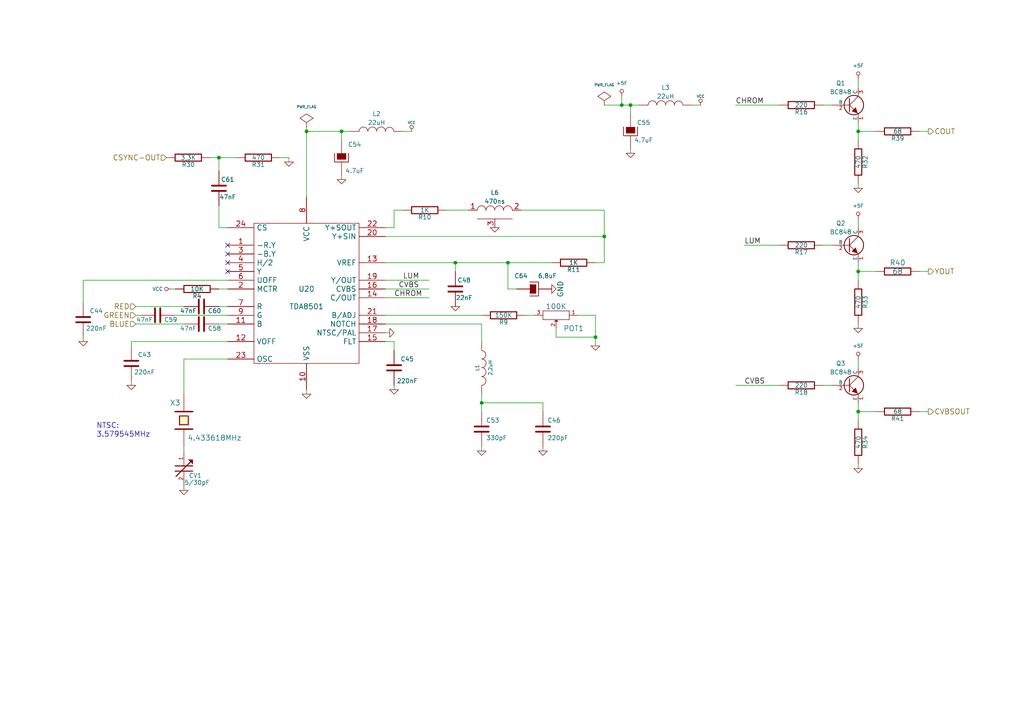
<source format=kicad_sch>
(kicad_sch (version 20231120) (generator "eeschema") (generator_version "8.0")
  (paper "A4")
  (title_block (title "Video") (date "Sun 22 Mar 2015") (rev "2.0B") (company "Kicad EDA"))
  (lib_symbols
    (symbol "video_schlib:+5F" (power) (pin_names (offset 0))
      (property "Value" "+5F" (at 0 2.54 0))
      (symbol "+5F_0_0"
        (pin power_in line (at 0 0 90) (length 0) hide (name "+5F") (number "1"))
      )
      (symbol "+5F_0_1"
        (polyline (pts (xy 0 0) (xy 0 1.016) (xy 0 1.016)))
        (circle (center 0 1.524) (radius 0.508))
      )
    )
    (symbol "video_schlib:C" (pin_numbers hide) (pin_names (offset 0.254))
      (property "Reference" "C" (at 0 2.54 0))
      (property "Value" "C" (at 0.1524 -2.159 0))
      (symbol "C_0_1"
        (polyline (pts (xy -2.032 -0.762) (xy 2.032 -0.762)) (stroke (width 0.508)))
        (polyline (pts (xy -2.032 0.762) (xy 2.032 0.762)) (stroke (width 0.508)))
      )
      (symbol "C_1_1"
        (pin passive line (at 0 5.08 270) (length 4.318) (name "~") (number "1"))
        (pin passive line (at 0 -5.08 90) (length 4.318) (name "~") (number "2"))
      )
    )
    (symbol "video_schlib:CP" (pin_numbers hide) (pin_names (offset 0.254) hide)
      (property "Reference" "C" (at 1.27 2.54 0))
      (property "Value" "CP" (at 1.27 -2.54 0))
      (symbol "CP_0_1"
        (polyline (pts (xy -2.032 1.27) (xy -2.032 -1.27) (xy 2.032 -1.27) (xy 2.032 1.27)) (stroke (width 0.2032)))
        (polyline (pts (xy -1.27 1.27) (xy -1.27 -0.508) (xy 1.27 -0.508) (xy 1.27 1.27)) (fill (type outline)))
      )
      (symbol "CP_1_1"
        (pin passive line (at 0 5.08 270) (length 3.81) (name "~") (number "1"))
        (pin passive line (at 0 -5.08 90) (length 3.81) (name "~") (number "2"))
      )
    )
    (symbol "video_schlib:CRYSTAL" (pin_numbers hide) (pin_names (offset 1.016) hide)
      (property "Reference" "X" (at 0 3.81 0))
      (property "Value" "CRYSTAL" (at 0 -3.81 0))
      (symbol "CRYSTAL_0_1"
        (polyline (pts (xy -2.54 2.54) (xy -2.54 -2.54)) (stroke (width 0.4064)))
        (polyline (pts (xy 2.54 2.54) (xy 2.54 -2.54)) (stroke (width 0.4064)))
        (polyline (pts (xy -1.27 1.27) (xy 1.27 1.27) (xy 1.27 -1.27) (xy -1.27 -1.27) (xy -1.27 1.27)) (stroke (width 0.3048)) (fill (type background)))
      )
      (symbol "CRYSTAL_1_1"
        (pin passive line (at -7.62 0 0) (length 5.08) (name "1") (number "1"))
        (pin passive line (at 7.62 0 180) (length 5.08) (name "2") (number "2"))
      )
    )
    (symbol "video_schlib:CTRIM" (pin_names (offset 0.254))
      (property "Reference" "C" (at 3.302 -2.032 0))
      (property "Value" "CTRIM" (at 3.81 -4.064 0))
      (symbol "CTRIM_0_1"
        (polyline (pts (xy -2.54 -0.762) (xy 2.54 -0.762)) (stroke (width 0.3048)))
        (polyline (pts (xy -2.54 0.762) (xy 2.54 0.762)) (stroke (width 0.3048)))
        (polyline (pts (xy -2.286 -2.286) (xy 1.905 1.905)) (stroke (width 0.3048)))
        (polyline (pts (xy 1.27 2.54) (xy 2.54 2.54) (xy 2.54 1.27)) (fill (type outline)))
      )
      (symbol "CTRIM_1_1"
        (pin passive line (at 0 5.08 270) (length 4.318) (name "~") (number "1"))
        (pin passive line (at 0 -5.08 90) (length 4.318) (name "~") (number "2"))
      )
    )
    (symbol "video_schlib:GND" (power) (pin_names (offset 0))
      (symbol "GND_0_1"
        (polyline (pts (xy -1.27 0) (xy 0 -1.27) (xy 1.27 0) (xy -1.27 0)))
      )
      (symbol "GND_1_1"
        (pin power_in line (at 0 0 90) (length 0) hide (name "GND") (number "1"))
      )
    )
    (symbol "video_schlib:INDUCTOR" (pin_numbers hide) (pin_names (offset 1.016) hide)
      (property "Reference" "L" (at -1.27 0 90))
      (property "Value" "INDUCTOR" (at 2.54 0 90))
      (symbol "INDUCTOR_0_1"
        (arc (start 0.0254 -5.0546) (mid 1.245 -3.7973) (end 0.0254 -2.54))
        (arc (start 0.0254 -2.5146) (mid 1.2704 -1.2319) (end 0.0254 0.0508))
        (arc (start 0.0254 0.0254) (mid 1.2704 1.3081) (end 0.0254 2.5908))
        (arc (start 0.0254 2.5654) (mid 1.1942 3.7719) (end 0.0254 4.9784))
      )
      (symbol "INDUCTOR_1_1"
        (pin passive line (at 0 7.62 270) (length 2.54) (name "1") (number "1"))
        (pin passive line (at 0 -7.62 90) (length 2.54) (name "2") (number "2"))
      )
    )
    (symbol "video_schlib:LIGNE_A_RETARD" (pin_names (offset 1.016) hide)
      (property "Reference" "L" (at 0 2.54 0))
      (property "Value" "LIGNE_A_RETARD" (at 0 -2.54 0))
      (symbol "LIGNE_A_RETARD_0_1"
        (arc (start 0 -5.0546) (mid 0.8839 -4.6863) (end 1.27 -3.81))
        (arc (start 0 -2.5146) (mid 0.8839 -2.1463) (end 1.27 -1.27))
        (polyline (pts (xy -2.54 5.08) (xy -2.54 -5.08)))
        (arc (start 0 0.0254) (mid 0.8839 0.3937) (end 1.27 1.27))
        (arc (start 0 2.5654) (mid 0.8839 2.9337) (end 1.27 3.81))
        (arc (start 1.27 -3.81) (mid 0.898 -2.912) (end 0 -2.54))
        (arc (start 1.27 -1.27) (mid 0.898 -0.372) (end 0 0))
        (arc (start 1.27 1.27) (mid 0.898 2.168) (end 0 2.54))
        (arc (start 1.27 3.81) (mid 0.898 4.708) (end 0 5.08))
      )
      (symbol "LIGNE_A_RETARD_1_1"
        (pin passive line (at 0 7.62 270) (length 2.54) (name "1") (number "1"))
        (pin passive line (at 0 -7.62 90) (length 2.54) (name "2") (number "2"))
        (pin input line (at -5.08 0 0) (length 2.54) (name "COMMUN") (number "3"))
      )
    )
    (symbol "video_schlib:NPN" (pin_names (offset 0))
      (property "Reference" "Q" (at 0 -3.81 0))
      (property "Value" "NPN" (at 0 3.81 0))
      (symbol "NPN_0_1"
        (polyline (pts (xy 0 0) (xy 2.54 2.54)))
        (polyline (pts (xy 0 1.905) (xy 0 -1.905) (xy 0 -1.905)) (stroke (width 0.254)))
        (polyline (pts (xy 1.27 -1.27) (xy 0 0) (xy 0 0)))
        (polyline (pts (xy 2.286 -2.286) (xy 2.54 -2.54) (xy 2.54 -2.54)))
        (polyline (pts (xy 2.286 -2.286) (xy 1.778 -0.762) (xy 0.762 -1.778) (xy 2.286 -2.286) (xy 2.286 -2.286)) (fill (type outline)))
        (circle (center 1.27 0) (radius 2.8194) (stroke (width 0.254)))
      )
      (symbol "NPN_1_1"
        (pin passive line (at 2.54 -5.08 90) (length 2.54) (name "E") (number "1"))
        (pin input line (at -5.08 0 0) (length 5.08) (name "B") (number "2"))
        (pin passive line (at 2.54 5.08 270) (length 2.54) (name "C") (number "3"))
      )
    )
    (symbol "video_schlib:POT" (pin_names (offset 1.016) hide)
      (property "Reference" "RV" (at 0 -2.54 0))
      (property "Value" "POT" (at 0 0 0))
      (symbol "POT_0_1"
        (rectangle (start -3.81 1.27) (end 3.81 -1.27))
        (polyline (pts (xy 0 1.27) (xy -0.508 1.778) (xy 0.508 1.778)) (fill (type outline)))
      )
      (symbol "POT_1_1"
        (pin passive line (at -6.35 0 0) (length 2.54) (name "1") (number "1"))
        (pin passive line (at 0 3.81 270) (length 2.032) (name "2") (number "2"))
        (pin passive line (at 6.35 0 180) (length 2.54) (name "3") (number "3"))
      )
    )
    (symbol "video_schlib:PWR_FLAG" (power) (pin_numbers hide) (pin_names (offset 0) hide)
      (property "Value" "PWR_FLAG" (at 0 4.572 0))
      (symbol "PWR_FLAG_0_0"
        (pin power_out line (at 0 0 90) (length 0) (name "pwr") (number "1"))
      )
      (symbol "PWR_FLAG_0_1"
        (polyline (pts (xy 0 0) (xy 0 1.27) (xy -1.905 2.54) (xy 0 3.81) (xy 1.905 2.54) (xy 0 1.27)))
      )
    )
    (symbol "video_schlib:R" (pin_numbers hide) (pin_names (offset 0))
      (property "Reference" "R" (at 2.032 0 90))
      (property "Value" "R" (at 0.1778 0.0254 90))
      (symbol "R_0_1"
        (rectangle (start -1.016 3.81) (end 1.016 -3.81) (stroke (width 0.3048)))
      )
      (symbol "R_1_1"
        (pin passive line (at 0 6.35 270) (length 2.54) (name "~") (number "1"))
        (pin passive line (at 0 -6.35 90) (length 2.54) (name "~") (number "2"))
      )
    )
    (symbol "video_schlib:TDA8501" (pin_names (offset 0.762))
      (property "Reference" "U" (at 8.89 24.13 0))
      (property "Value" "TDA8501" (at 8.89 -21.59 0))
      (symbol "TDA8501_0_1"
        (rectangle (start -15.24 21.59) (end 15.24 -19.05))
      )
      (symbol "TDA8501_1_1"
        (pin input line (at -22.86 15.24 0) (length 7.62) (name "-R.Y") (number "1"))
        (pin input line (at 0 -26.67 90) (length 7.62) (name "VSS") (number "10"))
        (pin input line (at -22.86 -7.62 0) (length 7.62) (name "B") (number "11"))
        (pin output line (at -22.86 -12.7 0) (length 7.62) (name "VOFF") (number "12"))
        (pin output line (at 22.86 10.16 180) (length 7.62) (name "VREF") (number "13"))
        (pin output line (at 22.86 0 180) (length 7.62) (name "C/OUT") (number "14"))
        (pin passive line (at 22.86 -12.7 180) (length 7.62) (name "FLT") (number "15"))
        (pin output line (at 22.86 2.54 180) (length 7.62) (name "CVBS") (number "16"))
        (pin input line (at 22.86 -10.16 180) (length 7.62) (name "NTSC/PAL") (number "17"))
        (pin input line (at 22.86 -7.62 180) (length 7.62) (name "NOTCH") (number "18"))
        (pin output line (at 22.86 5.08 180) (length 7.62) (name "Y/OUT") (number "19"))
        (pin input line (at -22.86 2.54 0) (length 7.62) (name "MCTR") (number "2"))
        (pin input line (at 22.86 17.78 180) (length 7.62) (name "Y+SIN") (number "20"))
        (pin passive line (at 22.86 -5.08 180) (length 7.62) (name "B/ADJ") (number "21"))
        (pin output line (at 22.86 20.32 180) (length 7.62) (name "Y+SOUT") (number "22"))
        (pin output line (at -22.86 -17.78 0) (length 7.62) (name "OSC") (number "23"))
        (pin input line (at -22.86 20.32 0) (length 7.62) (name "CS") (number "24"))
        (pin input line (at -22.86 12.7 0) (length 7.62) (name "-B.Y") (number "3"))
        (pin bidirectional line (at -22.86 10.16 0) (length 7.62) (name "H/2") (number "4"))
        (pin input line (at -22.86 7.62 0) (length 7.62) (name "Y") (number "5"))
        (pin output line (at -22.86 5.08 0) (length 7.62) (name "UOFF") (number "6"))
        (pin input line (at -22.86 -2.54 0) (length 7.62) (name "R") (number "7"))
        (pin input line (at 0 29.21 270) (length 7.62) (name "VCC") (number "8"))
        (pin input line (at -22.86 -5.08 0) (length 7.62) (name "G") (number "9"))
      )
    )
    (symbol "video_schlib:VCC" (power) (pin_names (offset 0))
      (property "Value" "VCC" (at 0 2.54 0))
      (symbol "VCC_0_0"
        (pin power_in line (at 0 0 90) (length 0) hide (name "VCC") (number "1"))
      )
      (symbol "VCC_0_1"
        (polyline (pts (xy 0 0) (xy 0 0.762) (xy 0 0.762)))
        (circle (center 0 1.27) (radius 0.508))
      )
    )
  )
  (junction (at 99.06 38.1) (diameter 0.9144))
  (junction (at 182.88 30.48) (diameter 0.9144))
  (junction (at 175.26 68.58) (diameter 0.9144))
  (junction (at 180.34 30.48) (diameter 0.9144))
  (junction (at 147.32 76.2) (diameter 0.9144))
  (junction (at 248.92 38.1) (diameter 0.9144))
  (junction (at 63.5 45.72) (diameter 0.9144))
  (junction (at 132.08 76.2) (diameter 0.9144))
  (junction (at 172.72 97.79) (diameter 0.9144))
  (junction (at 139.7 116.84) (diameter 0.9144))
  (junction (at 88.9 38.1) (diameter 0.9144))
  (junction (at 248.92 119.38) (diameter 0.9144))
  (junction (at 248.92 78.74) (diameter 0.9144))
  (no_connect (at 66.04 76.2))
  (no_connect (at 66.04 73.66))
  (no_connect (at 66.04 78.74))
  (no_connect (at 66.04 71.12))
  (wire (pts (xy 147.32 83.82) (xy 149.86 83.82)))
  (wire (pts (xy 66.04 81.28) (xy 24.13 81.28)))
  (wire (pts (xy 248.92 116.84) (xy 248.92 119.38)))
  (wire (pts (xy 139.7 93.98) (xy 139.7 99.06)))
  (wire (pts (xy 99.06 38.1) (xy 101.6 38.1)))
  (wire (pts (xy 111.76 83.82) (xy 124.46 83.82)))
  (wire (pts (xy 175.26 68.58) (xy 175.26 76.2)))
  (wire (pts (xy 38.1 99.06) (xy 66.04 99.06)))
  (wire (pts (xy 114.3 99.06) (xy 114.3 101.6)))
  (wire (pts (xy 248.92 76.2) (xy 248.92 78.74)))
  (wire (pts (xy 88.9 114.3) (xy 88.9 113.03)))
  (wire (pts (xy 38.1 111.76) (xy 38.1 110.49)))
  (wire (pts (xy 157.48 119.38) (xy 157.48 116.84)))
  (wire (pts (xy 132.08 76.2) (xy 132.08 78.74)))
  (wire (pts (xy 66.04 104.14) (xy 53.34 104.14)))
  (wire (pts (xy 180.34 30.48) (xy 182.88 30.48)))
  (wire (pts (xy 248.92 104.14) (xy 248.92 106.68)))
  (wire (pts (xy 53.34 130.81) (xy 53.34 129.54)))
  (wire (pts (xy 182.88 44.45) (xy 182.88 43.18)))
  (wire (pts (xy 266.7 119.38) (xy 269.24 119.38)))
  (wire (pts (xy 215.9 71.12) (xy 226.06 71.12)))
  (wire (pts (xy 116.84 60.96) (xy 114.3 60.96)))
  (wire (pts (xy 83.82 45.72) (xy 81.28 45.72)))
  (wire (pts (xy 111.76 86.36) (xy 124.46 86.36)))
  (wire (pts (xy 175.26 60.96) (xy 175.26 68.58)))
  (wire (pts (xy 147.32 76.2) (xy 147.32 83.82)))
  (wire (pts (xy 172.72 97.79) (xy 172.72 91.44)))
  (wire (pts (xy 248.92 22.86) (xy 248.92 25.4)))
  (wire (pts (xy 88.9 36.83) (xy 88.9 38.1)))
  (wire (pts (xy 139.7 114.3) (xy 139.7 116.84)))
  (wire (pts (xy 111.76 76.2) (xy 132.08 76.2)))
  (wire (pts (xy 157.48 116.84) (xy 139.7 116.84)))
  (wire (pts (xy 40.64 91.44) (xy 39.37 91.44)))
  (wire (pts (xy 99.06 38.1) (xy 99.06 40.64)))
  (wire (pts (xy 248.92 119.38) (xy 248.92 121.92)))
  (wire (pts (xy 88.9 38.1) (xy 88.9 57.15)))
  (wire (pts (xy 248.92 63.5) (xy 248.92 66.04)))
  (wire (pts (xy 88.9 38.1) (xy 99.06 38.1)))
  (wire (pts (xy 99.06 52.07) (xy 99.06 50.8)))
  (wire (pts (xy 66.04 88.9) (xy 63.5 88.9)))
  (wire (pts (xy 24.13 99.06) (xy 24.13 97.79)))
  (wire (pts (xy 161.29 97.79) (xy 172.72 97.79)))
  (wire (pts (xy 63.5 45.72) (xy 68.58 45.72)))
  (wire (pts (xy 266.7 78.74) (xy 269.24 78.74)))
  (wire (pts (xy 114.3 113.03) (xy 114.3 111.76)))
  (wire (pts (xy 114.3 60.96) (xy 114.3 66.04)))
  (wire (pts (xy 161.29 95.25) (xy 161.29 97.79)))
  (wire (pts (xy 114.3 66.04) (xy 111.76 66.04)))
  (wire (pts (xy 111.76 81.28) (xy 124.46 81.28)))
  (wire (pts (xy 49.53 83.82) (xy 50.8 83.82)))
  (wire (pts (xy 213.36 111.76) (xy 226.06 111.76)))
  (wire (pts (xy 182.88 30.48) (xy 182.88 33.02)))
  (wire (pts (xy 152.4 91.44) (xy 154.94 91.44)))
  (wire (pts (xy 248.92 38.1) (xy 254 38.1)))
  (wire (pts (xy 63.5 66.04) (xy 66.04 66.04)))
  (wire (pts (xy 172.72 91.44) (xy 167.64 91.44)))
  (wire (pts (xy 116.84 38.1) (xy 119.38 38.1)))
  (wire (pts (xy 111.76 93.98) (xy 139.7 93.98)))
  (wire (pts (xy 139.7 130.81) (xy 139.7 129.54)))
  (wire (pts (xy 113.03 96.52) (xy 111.76 96.52)))
  (wire (pts (xy 53.34 93.98) (xy 39.37 93.98)))
  (wire (pts (xy 132.08 76.2) (xy 147.32 76.2)))
  (wire (pts (xy 248.92 38.1) (xy 248.92 40.64)))
  (wire (pts (xy 248.92 35.56) (xy 248.92 38.1)))
  (wire (pts (xy 248.92 78.74) (xy 248.92 81.28)))
  (wire (pts (xy 175.26 76.2) (xy 172.72 76.2)))
  (wire (pts (xy 238.76 71.12) (xy 241.3 71.12)))
  (wire (pts (xy 269.24 38.1) (xy 266.7 38.1)))
  (wire (pts (xy 53.34 88.9) (xy 39.37 88.9)))
  (wire (pts (xy 63.5 45.72) (xy 63.5 49.53)))
  (wire (pts (xy 66.04 93.98) (xy 63.5 93.98)))
  (wire (pts (xy 111.76 99.06) (xy 114.3 99.06)))
  (wire (pts (xy 66.04 91.44) (xy 50.8 91.44)))
  (wire (pts (xy 248.92 95.25) (xy 248.92 93.98)))
  (wire (pts (xy 238.76 111.76) (xy 241.3 111.76)))
  (wire (pts (xy 248.92 135.89) (xy 248.92 134.62)))
  (wire (pts (xy 83.82 46.99) (xy 83.82 45.72)))
  (wire (pts (xy 151.13 60.96) (xy 175.26 60.96)))
  (wire (pts (xy 200.66 30.48) (xy 203.2 30.48)))
  (wire (pts (xy 63.5 59.69) (xy 63.5 66.04)))
  (wire (pts (xy 24.13 81.28) (xy 24.13 87.63)))
  (wire (pts (xy 248.92 54.61) (xy 248.92 53.34)))
  (wire (pts (xy 248.92 78.74) (xy 254 78.74)))
  (wire (pts (xy 213.36 30.48) (xy 226.06 30.48)))
  (wire (pts (xy 111.76 91.44) (xy 139.7 91.44)))
  (wire (pts (xy 147.32 76.2) (xy 160.02 76.2)))
  (wire (pts (xy 111.76 68.58) (xy 175.26 68.58)))
  (wire (pts (xy 172.72 100.33) (xy 172.72 97.79)))
  (wire (pts (xy 38.1 100.33) (xy 38.1 99.06)))
  (wire (pts (xy 248.92 119.38) (xy 254 119.38)))
  (wire (pts (xy 180.34 30.48) (xy 180.34 27.94)))
  (wire (pts (xy 238.76 30.48) (xy 241.3 30.48)))
  (wire (pts (xy 63.5 83.82) (xy 66.04 83.82)))
  (wire (pts (xy 60.96 45.72) (xy 63.5 45.72)))
  (wire (pts (xy 182.88 30.48) (xy 185.42 30.48)))
  (wire (pts (xy 139.7 116.84) (xy 139.7 119.38)))
  (wire (pts (xy 53.34 104.14) (xy 53.34 114.3)))
  (wire (pts (xy 129.54 60.96) (xy 135.89 60.96)))
  (wire (pts (xy 175.26 30.48) (xy 180.34 30.48)))
  (wire (pts (xy 53.34 142.24) (xy 53.34 140.97)))
  (wire (pts (xy 157.48 129.54) (xy 157.48 130.81)))
  (text "3.579545MHz" (at 27.94 127 0) (effects (font (size 1.524 1.524)) (justify left bottom)))
  (text "NTSC:" (at 27.94 124.46 0) (effects (font (size 1.524 1.524)) (justify left bottom)))
  (label "CHROM" (at 114.3 86.36 0) (effects (font (size 1.524 1.524))))
  (label "LUM" (at 116.84 81.28 0) (effects (font (size 1.524 1.524))))
  (label "CVBS" (at 115.57 83.82 0) (effects (font (size 1.524 1.524))))
  (label "CVBS" (at 215.9 111.76 0) (effects (font (size 1.524 1.524))))
  (label "LUM" (at 215.9 71.12 0) (effects (font (size 1.524 1.524))))
  (label "CHROM" (at 213.36 30.48 0) (effects (font (size 1.524 1.524))))
  (hierarchical_label "BLUE" (shape input) (at 39.37 93.98 180) (effects (font (size 1.524 1.524))))
  (hierarchical_label "COUT" (shape output) (at 269.24 38.1 0) (effects (font (size 1.524 1.524))))
  (hierarchical_label "CVBSOUT" (shape output) (at 269.24 119.38 0) (effects (font (size 1.524 1.524))))
  (hierarchical_label "CSYNC-OUT" (shape input) (at 48.26 45.72 180) (effects (font (size 1.524 1.524))))
  (hierarchical_label "YOUT" (shape output) (at 269.24 78.74 0) (effects (font (size 1.524 1.524))))
  (hierarchical_label "RED" (shape input) (at 39.37 88.9 180) (effects (font (size 1.524 1.524))))
  (hierarchical_label "GREEN" (shape input) (at 39.37 91.44 180) (effects (font (size 1.524 1.524))))
  (symbol (lib_id "video_schlib:TDA8501") (at 88.9 86.36 0) (unit 1)
    (property "Reference" "U20" (at 88.9 83.82 0) (effects (font (size 1.524 1.524))))
    (property "Value" "TDA8501" (at 88.9 88.9 0) (effects (font (size 1.524 1.524))))
    (property "Footprint" "Package_SO:SOIC-24W_7.5x15.4mm_P1.27mm" (effects (hide yes)))
  )
  (symbol (lib_id "video_schlib:C") (at 58.42 93.98 270) (unit 1)
    (property "Reference" "C58" (at 62.23 95.25 90))
    (property "Value" "47nF" (at 54.61 95.25 90))
    (property "Footprint" "Resistor_SMD:R_1206_3216Metric_Pad1.30x1.75mm_HandSolder" (effects (hide yes)))
  )
  (symbol (lib_id "video_schlib:C") (at 45.72 91.44 270) (unit 1)
    (property "Reference" "C59" (at 49.53 92.71 90))
    (property "Value" "47nF" (at 41.91 92.71 90))
    (property "Footprint" "Resistor_SMD:R_1206_3216Metric_Pad1.30x1.75mm_HandSolder" (effects (hide yes)))
  )
  (symbol (lib_id "video_schlib:C") (at 58.42 88.9 270) (unit 1)
    (property "Reference" "C60" (at 62.23 90.17 90))
    (property "Value" "47nF" (at 54.61 90.17 90))
    (property "Footprint" "Resistor_SMD:R_1206_3216Metric_Pad1.30x1.75mm_HandSolder" (effects (hide yes)))
  )
  (symbol (lib_id "video_schlib:GND") (at 88.9 114.3 0) (unit 1)
    (property "Reference" "#GND012" (effects (hide yes)))
    (property "Value" "GND" (effects (hide yes)))
  )
  (symbol (lib_id "video_schlib:INDUCTOR") (at 109.22 38.1 270) (mirror x) (unit 1)
    (property "Reference" "L2" (at 109.22 33.02 90))
    (property "Value" "22uH" (at 109.22 35.56 90))
    (property "Footprint" "Resistor_SMD:R_1812_4532Metric_Pad1.30x3.40mm_HandSolder" (effects (hide yes)))
  )
  (symbol (lib_id "video_schlib:CP") (at 99.06 45.72 0) (unit 1)
    (property "Reference" "C54" (at 102.87 41.91 0))
    (property "Value" "4.7uF" (at 102.87 49.53 0))
    (property "Footprint" "Resistor_SMD:R_1206_3216Metric_Pad1.30x1.75mm_HandSolder" (effects (hide yes)))
  )
  (symbol (lib_id "video_schlib:GND") (at 99.06 52.07 0) (unit 1)
    (property "Reference" "#GND013" (effects (hide yes)))
    (property "Value" "GND" (effects (hide yes)))
  )
  (symbol (lib_id "video_schlib:R") (at 123.19 60.96 270) (unit 1)
    (property "Reference" "R10" (at 123.19 62.992 90))
    (property "Value" "1K" (at 123.19 60.96 90))
    (property "Footprint" "Resistor_SMD:R_1206_3216Metric_Pad1.30x1.75mm_HandSolder" (effects (hide yes)))
  )
  (symbol (lib_id "video_schlib:C") (at 63.5 54.61 0) (unit 1)
    (property "Reference" "C61" (at 66.04 52.07 0))
    (property "Value" "47nF" (at 66.04 57.15 0))
    (property "Footprint" "Resistor_SMD:R_1206_3216Metric_Pad1.30x1.75mm_HandSolder" (effects (hide yes)))
  )
  (symbol (lib_id "video_schlib:C") (at 38.1 105.41 0) (unit 1)
    (property "Reference" "C43" (at 41.91 102.87 0))
    (property "Value" "220nF" (at 41.91 107.95 0))
    (property "Footprint" "Resistor_SMD:R_1206_3216Metric_Pad1.30x1.75mm_HandSolder" (effects (hide yes)))
  )
  (symbol (lib_id "video_schlib:GND") (at 38.1 111.76 0) (unit 1)
    (property "Reference" "#GND014" (effects (hide yes)))
    (property "Value" "GND" (effects (hide yes)))
  )
  (symbol (lib_id "video_schlib:C") (at 24.13 92.71 0) (unit 1)
    (property "Reference" "C44" (at 27.94 90.17 0))
    (property "Value" "220nF" (at 27.94 95.25 0))
    (property "Footprint" "Resistor_SMD:R_1206_3216Metric_Pad1.30x1.75mm_HandSolder" (effects (hide yes)))
  )
  (symbol (lib_id "video_schlib:GND") (at 24.13 99.06 0) (unit 1)
    (property "Reference" "#GND015" (effects (hide yes)))
    (property "Value" "GND" (effects (hide yes)))
  )
  (symbol (lib_id "video_schlib:CRYSTAL") (at 53.34 121.92 90) (unit 1)
    (property "Reference" "X3" (at 50.8 116.84 90) (effects (font (size 1.524 1.524))))
    (property "Value" "4.433618MHz" (at 62.23 127 90) (effects (font (size 1.524 1.524))))
    (property "Footprint" "Crystal:Crystal_HC18-U_Horizontal" (effects (hide yes)))
  )
  (symbol (lib_id "video_schlib:CTRIM") (at 53.34 135.89 0) (unit 1)
    (property "Reference" "CV1" (at 56.642 137.922 0))
    (property "Value" "5/30pF" (at 57.15 139.954 0))
    (property "Footprint" "footprints:CV3-30PF" (effects (hide yes)))
  )
  (symbol (lib_id "video_schlib:GND") (at 53.34 142.24 0) (unit 1)
    (property "Reference" "#GND016" (effects (hide yes)))
    (property "Value" "GND" (effects (hide yes)))
  )
  (symbol (lib_id "video_schlib:R") (at 166.37 76.2 270) (unit 1)
    (property "Reference" "R11" (at 166.37 78.232 90))
    (property "Value" "1K" (at 166.37 76.2 90))
    (property "Footprint" "Resistor_SMD:R_1206_3216Metric_Pad1.30x1.75mm_HandSolder" (effects (hide yes)))
  )
  (symbol (lib_id "video_schlib:CP") (at 154.94 83.82 90) (unit 1)
    (property "Reference" "C64" (at 151.13 80.01 90))
    (property "Value" "6,8uF" (at 158.75 80.01 90))
    (property "Footprint" "Resistor_SMD:R_1210_3225Metric_Pad1.30x2.65mm_HandSolder" (effects (hide yes)))
  )
  (symbol (lib_id "video_schlib:GND") (at 160.02 83.82 90) (unit 1)
    (property "Reference" "#GND017" (effects (hide yes)))
    (property "Value" "GND" (at 162.56 83.82 0) (effects (font (size 1.524 1.524))))
  )
  (symbol (lib_id "video_schlib:C") (at 132.08 83.82 180) (unit 1)
    (property "Reference" "C48" (at 134.62 81.28 0))
    (property "Value" "22nF" (at 134.62 86.36 0))
    (property "Footprint" "Resistor_SMD:R_1206_3216Metric_Pad1.30x1.75mm_HandSolder" (effects (hide yes)))
  )
  (symbol (lib_id "video_schlib:GND") (at 132.08 88.9 0) (unit 1)
    (property "Reference" "#GND018" (effects (hide yes)))
    (property "Value" "GND" (effects (hide yes)))
  )
  (symbol (lib_id "video_schlib:C") (at 114.3 106.68 0) (unit 1)
    (property "Reference" "C45" (at 118.11 104.14 0))
    (property "Value" "220nF" (at 118.11 110.49 0))
    (property "Footprint" "Resistor_SMD:R_1206_3216Metric_Pad1.30x1.75mm_HandSolder" (effects (hide yes)))
  )
  (symbol (lib_id "video_schlib:GND") (at 114.3 113.03 0) (unit 1)
    (property "Reference" "#GND019" (effects (hide yes)))
    (property "Value" "GND" (effects (hide yes)))
  )
  (symbol (lib_id "video_schlib:R") (at 74.93 45.72 270) (unit 1)
    (property "Reference" "R31" (at 74.93 47.752 90))
    (property "Value" "470" (at 74.93 45.72 90))
    (property "Footprint" "Resistor_SMD:R_1206_3216Metric_Pad1.30x1.75mm_HandSolder" (effects (hide yes)))
  )
  (symbol (lib_id "video_schlib:R") (at 54.61 45.72 270) (unit 1)
    (property "Reference" "R30" (at 54.61 47.752 90))
    (property "Value" "3,3K" (at 54.61 45.72 90))
    (property "Footprint" "Resistor_SMD:R_1206_3216Metric_Pad1.30x1.75mm_HandSolder" (effects (hide yes)))
  )
  (symbol (lib_id "video_schlib:GND") (at 83.82 46.99 0) (unit 1)
    (property "Reference" "#GND020" (effects (hide yes)))
    (property "Value" "GND" (effects (hide yes)))
  )
  (symbol (lib_id "video_schlib:INDUCTOR") (at 139.7 106.68 0) (unit 1)
    (property "Reference" "L1" (at 138.43 106.68 90) (effects (font (size 1.016 1.016))))
    (property "Value" "2,2uH" (at 142.24 106.68 90) (effects (font (size 1.016 1.016))))
    (property "Footprint" "Resistor_SMD:R_1812_4532Metric_Pad1.30x3.40mm_HandSolder" (effects (hide yes)))
  )
  (symbol (lib_id "video_schlib:C") (at 139.7 124.46 0) (unit 1)
    (property "Reference" "C53" (at 140.97 121.92 0) (effects (justify left)))
    (property "Value" "330pF" (at 140.97 127 0) (effects (justify left)))
    (property "Footprint" "Resistor_SMD:R_1206_3216Metric_Pad1.30x1.75mm_HandSolder" (effects (hide yes)))
  )
  (symbol (lib_id "video_schlib:C") (at 157.48 124.46 0) (unit 1)
    (property "Reference" "C46" (at 158.75 121.92 0) (effects (justify left)))
    (property "Value" "220pF" (at 158.75 127 0) (effects (justify left)))
    (property "Footprint" "Resistor_SMD:R_1206_3216Metric_Pad1.30x1.75mm_HandSolder" (effects (hide yes)))
  )
  (symbol (lib_id "video_schlib:GND") (at 139.7 130.81 0) (unit 1)
    (property "Reference" "#GND021" (effects (hide yes)))
    (property "Value" "GND" (effects (hide yes)))
  )
  (symbol (lib_id "video_schlib:GND") (at 157.48 130.81 0) (unit 1)
    (property "Reference" "#GND022" (effects (hide yes)))
    (property "Value" "GND" (effects (hide yes)))
  )
  (symbol (lib_id "video_schlib:NPN") (at 246.38 30.48 0) (unit 1)
    (property "Reference" "Q1" (at 243.84 24.13 0))
    (property "Value" "BC848" (at 243.84 26.67 0))
    (property "Footprint" "footprints:SOT23EBC" (effects (hide yes)))
  )
  (symbol (lib_id "video_schlib:R") (at 232.41 30.48 270) (unit 1)
    (property "Reference" "R16" (at 232.41 32.512 90))
    (property "Value" "220" (at 232.41 30.48 90))
    (property "Footprint" "Resistor_SMD:R_1206_3216Metric_Pad1.30x1.75mm_HandSolder" (effects (hide yes)))
  )
  (symbol (lib_id "video_schlib:R") (at 248.92 46.99 0) (unit 1)
    (property "Reference" "R32" (at 250.952 46.99 90))
    (property "Value" "470" (at 248.92 46.99 90))
    (property "Footprint" "Resistor_SMD:R_1206_3216Metric_Pad1.30x1.75mm_HandSolder" (effects (hide yes)))
  )
  (symbol (lib_id "video_schlib:R") (at 260.35 38.1 270) (unit 1)
    (property "Reference" "R39" (at 260.35 40.132 90))
    (property "Value" "68" (at 260.35 38.1 90))
    (property "Footprint" "Resistor_SMD:R_1206_3216Metric_Pad1.30x1.75mm_HandSolder" (effects (hide yes)))
  )
  (symbol (lib_id "video_schlib:GND") (at 248.92 54.61 0) (unit 1)
    (property "Reference" "#GND023" (effects (hide yes)))
    (property "Value" "GND" (effects (hide yes)))
  )
  (symbol (lib_id "video_schlib:INDUCTOR") (at 193.04 30.48 270) (mirror x) (unit 1)
    (property "Reference" "L3" (at 193.04 25.4 90))
    (property "Value" "22uH" (at 193.04 27.94 90))
    (property "Footprint" "Resistor_SMD:R_1812_4532Metric_Pad1.30x3.40mm_HandSolder" (effects (hide yes)))
  )
  (symbol (lib_id "video_schlib:CP") (at 182.88 38.1 0) (unit 1)
    (property "Reference" "C55" (at 186.69 35.56 0))
    (property "Value" "4.7uF" (at 186.69 40.64 0))
    (property "Footprint" "Resistor_SMD:R_1210_3225Metric_Pad1.30x2.65mm_HandSolder" (effects (hide yes)))
  )
  (symbol (lib_id "video_schlib:GND") (at 182.88 44.45 0) (unit 1)
    (property "Reference" "#GND024" (effects (hide yes)))
    (property "Value" "GND" (effects (hide yes)))
  )
  (symbol (lib_id "video_schlib:NPN") (at 246.38 71.12 0) (unit 1)
    (property "Reference" "Q2" (at 243.84 64.77 0))
    (property "Value" "BC848" (at 243.84 67.31 0))
    (property "Footprint" "footprints:SOT23EBC" (effects (hide yes)))
  )
  (symbol (lib_id "video_schlib:GND") (at 248.92 95.25 0) (unit 1)
    (property "Reference" "#GND025" (effects (hide yes)))
    (property "Value" "GND" (effects (hide yes)))
  )
  (symbol (lib_id "video_schlib:R") (at 248.92 87.63 0) (unit 1)
    (property "Reference" "R33" (at 250.952 87.63 90))
    (property "Value" "470" (at 248.92 87.63 90))
    (property "Footprint" "Resistor_SMD:R_1206_3216Metric_Pad1.30x1.75mm_HandSolder" (effects (hide yes)))
  )
  (symbol (lib_id "video_schlib:R") (at 260.35 78.74 90) (unit 1)
    (property "Reference" "R40" (at 260.35 76.2 90) (effects (font (size 1.524 1.524))))
    (property "Value" "68" (at 260.35 78.74 90) (effects (font (size 1.524 1.524))))
    (property "Footprint" "Resistor_SMD:R_1206_3216Metric_Pad1.30x1.75mm_HandSolder" (effects (hide yes)))
  )
  (symbol (lib_id "video_schlib:R") (at 232.41 71.12 270) (unit 1)
    (property "Reference" "R17" (at 232.41 73.152 90))
    (property "Value" "220" (at 232.41 71.12 90))
    (property "Footprint" "Resistor_SMD:R_1206_3216Metric_Pad1.30x1.75mm_HandSolder" (effects (hide yes)))
  )
  (symbol (lib_id "video_schlib:NPN") (at 246.38 111.76 0) (unit 1)
    (property "Reference" "Q3" (at 243.84 105.41 0))
    (property "Value" "BC848" (at 243.84 107.95 0))
    (property "Footprint" "footprints:SOT23EBC" (effects (hide yes)))
  )
  (symbol (lib_id "video_schlib:GND") (at 248.92 135.89 0) (unit 1)
    (property "Reference" "#GND026" (effects (hide yes)))
    (property "Value" "GND" (effects (hide yes)))
  )
  (symbol (lib_id "video_schlib:R") (at 248.92 128.27 0) (unit 1)
    (property "Reference" "R34" (at 250.952 128.27 90))
    (property "Value" "470" (at 248.92 128.27 90))
    (property "Footprint" "Resistor_SMD:R_1206_3216Metric_Pad1.30x1.75mm_HandSolder" (effects (hide yes)))
  )
  (symbol (lib_id "video_schlib:R") (at 260.35 119.38 270) (unit 1)
    (property "Reference" "R41" (at 260.35 121.412 90))
    (property "Value" "68" (at 260.35 119.38 90))
    (property "Footprint" "Resistor_SMD:R_1206_3216Metric_Pad1.30x1.75mm_HandSolder" (effects (hide yes)))
  )
  (symbol (lib_id "video_schlib:R") (at 232.41 111.76 270) (unit 1)
    (property "Reference" "R18" (at 232.41 113.792 90))
    (property "Value" "220" (at 232.41 111.76 90))
    (property "Footprint" "Resistor_SMD:R_1206_3216Metric_Pad1.30x1.75mm_HandSolder" (effects (hide yes)))
  )
  (symbol (lib_id "video_schlib:R") (at 146.05 91.44 270) (unit 1)
    (property "Reference" "R9" (at 146.05 93.472 90))
    (property "Value" "150K" (at 146.05 91.44 90))
    (property "Footprint" "Resistor_SMD:R_1206_3216Metric_Pad1.30x1.75mm_HandSolder" (effects (hide yes)))
  )
  (symbol (lib_id "video_schlib:POT") (at 161.29 91.44 180) (unit 1)
    (property "Reference" "POT1" (at 166.37 95.25 0) (effects (font (size 1.524 1.524))))
    (property "Value" "100K" (at 161.29 88.9 0) (effects (font (size 1.524 1.524))))
    (property "Footprint" "Potentiometer_SMD:Potentiometer_Bourns_3314G_Vertical" (effects (hide yes)))
  )
  (symbol (lib_id "video_schlib:GND") (at 172.72 100.33 0) (unit 1)
    (property "Reference" "#GND027" (effects (hide yes)))
    (property "Value" "GND" (effects (hide yes)))
  )
  (symbol (lib_id "video_schlib:R") (at 57.15 83.82 270) (unit 1)
    (property "Reference" "R4" (at 57.15 85.852 90))
    (property "Value" "10K" (at 57.15 83.82 90))
    (property "Footprint" "Resistor_SMD:R_1206_3216Metric_Pad1.30x1.75mm_HandSolder" (effects (hide yes)))
  )
  (symbol (lib_id "video_schlib:VCC") (at 49.53 83.82 90) (unit 1)
    (property "Reference" "#PWR011" (effects (hide yes)))
    (property "Value" "VCC" (at 45.72 83.82 90) (effects (font (size 1.016 1.016))))
  )
  (symbol (lib_id "video_schlib:GND") (at 113.03 96.52 90) (unit 1)
    (property "Reference" "#PWR010" (effects (hide yes)))
    (property "Value" "GND" (effects (hide yes)))
  )
  (symbol (lib_id "video_schlib:LIGNE_A_RETARD") (at 143.51 60.96 90) (unit 1)
    (property "Reference" "L6" (at 143.51 55.88 90))
    (property "Value" "470ns" (at 143.51 58.42 90))
    (property "Footprint" "footprints:LRTDK" (effects (hide yes)))
  )
  (symbol (lib_id "video_schlib:GND") (at 143.51 66.04 0) (unit 1)
    (property "Reference" "#PWR09" (effects (hide yes)))
    (property "Value" "GND" (effects (hide yes)))
  )
  (symbol (lib_id "video_schlib:PWR_FLAG") (at 175.26 30.48 0) (unit 1)
    (property "Reference" "#FLG08" (effects (hide yes)))
    (property "Value" "PWR_FLAG" (at 175.26 24.638 0) (effects (font (size 0.762 0.762))))
  )
  (symbol (lib_id "video_schlib:PWR_FLAG") (at 88.9 36.83 0) (unit 1)
    (property "Reference" "#FLG07" (effects (hide yes)))
    (property "Value" "PWR_FLAG" (at 88.9 30.988 0) (effects (font (size 0.762 0.762))))
  )
  (symbol (lib_id "video_schlib:VCC") (at 203.2 30.48 0) (unit 1)
    (property "Reference" "#VCC033" (effects (hide yes)))
    (property "Value" "VCC" (at 203.2 27.94 0) (effects (font (size 0.762 0.762))))
  )
  (symbol (lib_id "video_schlib:+5F") (at 248.92 104.14 0) (unit 1)
    (property "Reference" "#+032" (effects (hide yes)))
    (property "Value" "+5F" (at 248.92 100.33 0) (effects (font (size 1.016 1.016))))
  )
  (symbol (lib_id "video_schlib:+5F") (at 248.92 63.5 0) (unit 1)
    (property "Reference" "#+031" (effects (hide yes)))
    (property "Value" "+5F" (at 248.92 59.69 0) (effects (font (size 1.016 1.016))))
  )
  (symbol (lib_id "video_schlib:+5F") (at 180.34 27.94 0) (unit 1)
    (property "Reference" "#+030" (effects (hide yes)))
    (property "Value" "+5F" (at 180.34 24.13 0) (effects (font (size 1.016 1.016))))
  )
  (symbol (lib_id "video_schlib:+5F") (at 248.92 22.86 0) (unit 1)
    (property "Reference" "#+029" (effects (hide yes)))
    (property "Value" "+5F" (at 248.92 19.05 0) (effects (font (size 1.016 1.016))))
  )
  (symbol (lib_id "video_schlib:VCC") (at 119.38 38.1 0) (unit 1)
    (property "Reference" "#VCC028" (effects (hide yes)))
    (property "Value" "VCC" (at 119.38 35.56 0) (effects (font (size 0.762 0.762))))
  )
)
</source>
